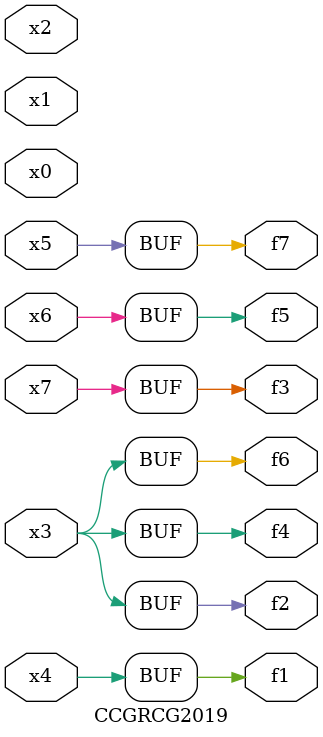
<source format=v>
module CCGRCG2019(
	input x0, x1, x2, x3, x4, x5, x6, x7,
	output f1, f2, f3, f4, f5, f6, f7
);
	assign f1 = x4;
	assign f2 = x3;
	assign f3 = x7;
	assign f4 = x3;
	assign f5 = x6;
	assign f6 = x3;
	assign f7 = x5;
endmodule

</source>
